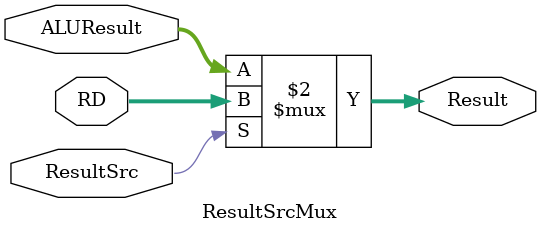
<source format=v>
module ResultSrcMux (
    input  wire        ResultSrc,
    input  wire [31:0] ALUResult,
    input  wire [31:0] RD,
    output wire [31:0] Result
);

    assign Result = (ResultSrc == 1'b0) ? ALUResult : RD;

endmodule

</source>
